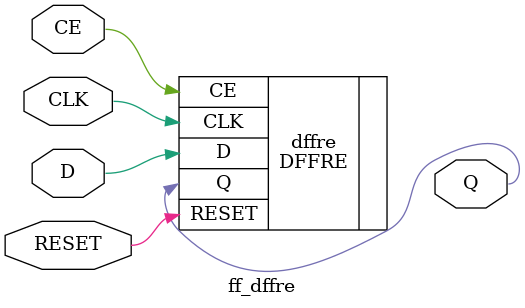
<source format=v>
`default_nettype none
`ifdef FORMAL
    `define TEST_BENCH_RUNNING
`endif

module ff_dffre
    #(
        parameter INIT = 1'b0
    )
    (
        input   wire    D,
        input   wire    CLK,
        input   wire    RESET,
        input   wire    CE,
        output  wire    Q
    );
`ifndef TEST_BENCH_RUNNING
    DFFRE dffre (
        .D(     D),
        .CLK(   CLK),
        .RESET( RESET),
        .CE(    CE),
        .Q(     Q)
    );
    defparam dffre.INIT=INIT;
`else
    reg data = INIT;
    assign Q = data;
    always @(posedge CLK) begin
        if( RESET )
            data <= INIT;
        else if( CE )
            data <= D;
    end
`endif


endmodule
</source>
